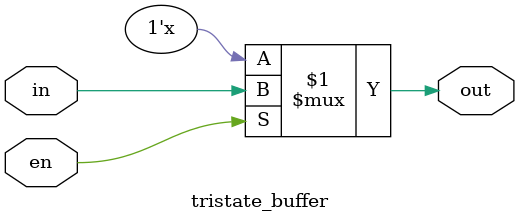
<source format=v>
/******************************************************************************************************************

This source code is a work of its author. No part of it should be copied and pasted for any commercial purpose. 
This code is purely for educational purposes. If required, this code can be cloned from GitHub repository.

Filename	: tristate_buffer.v

Description	: Tri State Buffer Design

Author Name	: Deep Kar Sarkar

Version		: 1.0

*******************************************************************************************************************/

module tristate_buffer(in, en, out);

	//Defining the input and output ports
	input in, en;
	output out;
	
	assign out = en ? in : 1'bz; //Assign the output port with the required logic

endmodule

</source>
